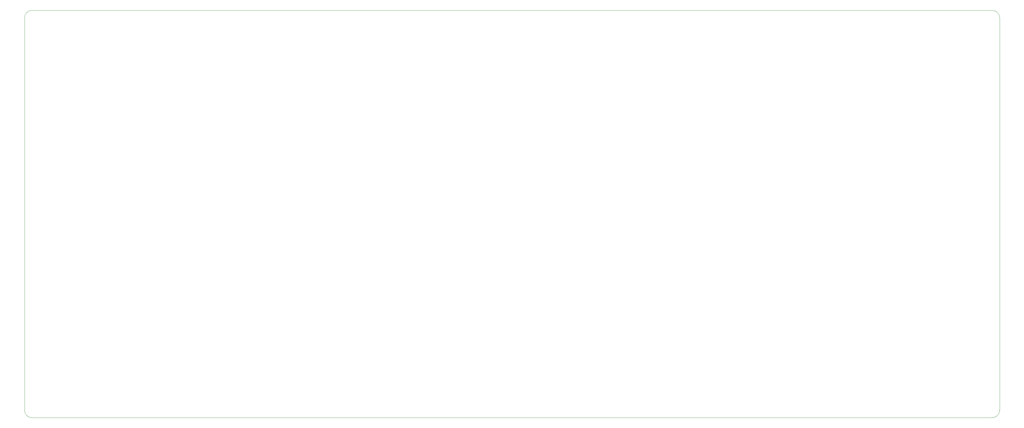
<source format=gbr>
%TF.GenerationSoftware,KiCad,Pcbnew,(6.0.0)*%
%TF.CreationDate,2022-01-14T20:24:59+07:00*%
%TF.ProjectId,fese75,66657365-3735-42e6-9b69-6361645f7063,rev?*%
%TF.SameCoordinates,Original*%
%TF.FileFunction,Profile,NP*%
%FSLAX46Y46*%
G04 Gerber Fmt 4.6, Leading zero omitted, Abs format (unit mm)*
G04 Created by KiCad (PCBNEW (6.0.0)) date 2022-01-14 20:24:59*
%MOMM*%
%LPD*%
G01*
G04 APERTURE LIST*
%TA.AperFunction,Profile*%
%ADD10C,0.100000*%
%TD*%
G04 APERTURE END LIST*
D10*
X30550000Y-179431250D02*
G75*
G03*
X32931250Y-181812500I2381250J0D01*
G01*
X32931250Y-48462500D02*
G75*
G03*
X30550000Y-50843750I0J-2381250D01*
G01*
X349637500Y-50843750D02*
G75*
G03*
X347256250Y-48462500I-2381250J0D01*
G01*
X347256250Y-181812500D02*
G75*
G03*
X349637500Y-179431250I0J2381250D01*
G01*
X347256250Y-181812500D02*
X32931250Y-181812500D01*
X32931250Y-48462500D02*
X347256250Y-48462500D01*
X349637500Y-50843750D02*
X349637500Y-179431250D01*
X30550000Y-179431250D02*
X30550000Y-50843750D01*
M02*

</source>
